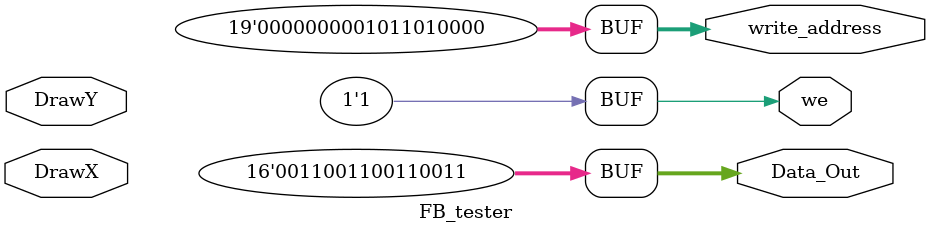
<source format=sv>
module FB_tester(
	input [9:0] DrawX, DrawY,
	output [15:0] Data_Out,
	output [18:0] write_address,
	output we
    );

	 assign we = 1'b1;
//    assign write_address = DrawX/2 + DrawY * (640/2);
	 assign write_address = 19'd720;
	 assign Data_Out = 16'h3333;

endmodule
</source>
